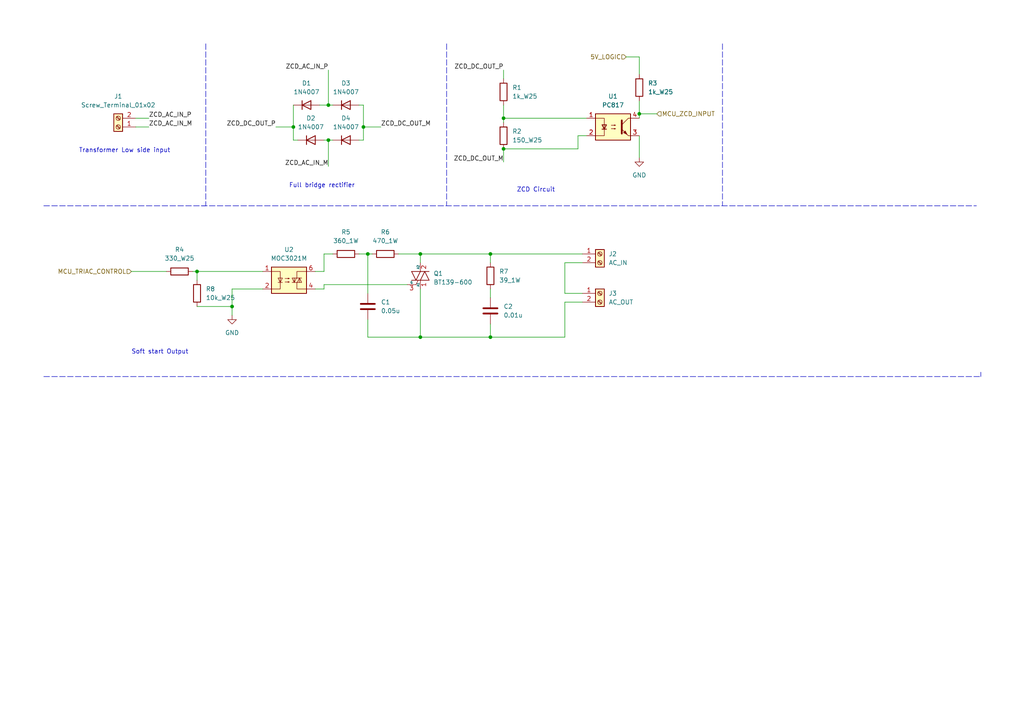
<source format=kicad_sch>
(kicad_sch (version 20211123) (generator eeschema)
  (paper "A4")
  (title_block (title "Soft Starter") (date "2022-09-20"))
  (lib_symbols
    (symbol "Connector:Screw_Terminal_01x02" (pin_names (offset 1.016) hide)
      (property "Reference" "J" (at 0 2.54 0))
      (property "Value" "Screw_Terminal_01x02" (at 0 -5.08 0))
      (symbol "Screw_Terminal_01x02_1_1"
        (rectangle (start -1.27 1.27) (end 1.27 -3.81) (stroke (width 0.254)) (fill (type background)))
        (circle (center 0 -2.54) (radius 0.635) (stroke (width 0.1524)))
        (polyline (pts (xy -0.5334 -2.2098) (xy 0.3302 -3.048)) (stroke (width 0.1524)))
        (polyline (pts (xy -0.5334 0.3302) (xy 0.3302 -0.508)) (stroke (width 0.1524)))
        (polyline (pts (xy -0.3556 -2.032) (xy 0.508 -2.8702)) (stroke (width 0.1524)))
        (polyline (pts (xy -0.3556 0.508) (xy 0.508 -0.3302)) (stroke (width 0.1524)))
        (circle (center 0 0) (radius 0.635) (stroke (width 0.1524)))
        (pin passive line (at -5.08 0 0) (length 3.81) (name "Pin_1") (number "1"))
        (pin passive line (at -5.08 -2.54 0) (length 3.81) (name "Pin_2") (number "2"))
      )
    )
    (symbol "Device:C" (pin_numbers hide) (pin_names (offset 0.254))
      (property "Reference" "C" (at 0.635 2.54 0))
      (property "Value" "C" (at 0.635 -2.54 0))
      (symbol "C_0_1"
        (polyline (pts (xy -2.032 -0.762) (xy 2.032 -0.762)) (stroke (width 0.508)))
        (polyline (pts (xy -2.032 0.762) (xy 2.032 0.762)) (stroke (width 0.508)))
      )
      (symbol "C_1_1"
        (pin passive line (at 0 3.81 270) (length 2.794) (name "~") (number "1"))
        (pin passive line (at 0 -3.81 90) (length 2.794) (name "~") (number "2"))
      )
    )
    (symbol "Device:R" (pin_numbers hide) (pin_names (offset 0))
      (property "Reference" "R" (at 2.032 0 90))
      (property "Value" "R" (at 0 0 90))
      (symbol "R_0_1"
        (rectangle (start -1.016 -2.54) (end 1.016 2.54) (stroke (width 0.254)))
      )
      (symbol "R_1_1"
        (pin passive line (at 0 3.81 270) (length 1.27) (name "~") (number "1"))
        (pin passive line (at 0 -3.81 90) (length 1.27) (name "~") (number "2"))
      )
    )
    (symbol "Diode:1N4007" (pin_numbers hide) (pin_names (offset 1.016) hide)
      (property "Reference" "D" (at 0 2.54 0))
      (property "Value" "1N4007" (at 0 -2.54 0))
      (symbol "1N4007_0_1"
        (polyline (pts (xy -1.27 1.27) (xy -1.27 -1.27)) (stroke (width 0.254)))
        (polyline (pts (xy 1.27 0) (xy -1.27 0)))
        (polyline (pts (xy 1.27 1.27) (xy 1.27 -1.27) (xy -1.27 0) (xy 1.27 1.27)) (stroke (width 0.254)))
      )
      (symbol "1N4007_1_1"
        (pin passive line (at -3.81 0 0) (length 2.54) (name "K") (number "1"))
        (pin passive line (at 3.81 0 180) (length 2.54) (name "A") (number "2"))
      )
    )
    (symbol "Isolator:PC817" (pin_names (offset 1.016))
      (property "Reference" "U" (at -5.08 5.08 0))
      (property "Value" "PC817" (at 0 5.08 0))
      (symbol "PC817_0_1"
        (rectangle (start -5.08 3.81) (end 5.08 -3.81) (stroke (width 0.254)) (fill (type background)))
        (polyline (pts (xy -3.175 -0.635) (xy -1.905 -0.635)) (stroke (width 0.254)))
        (polyline (pts (xy 2.54 0.635) (xy 4.445 2.54)))
        (polyline (pts (xy 4.445 -2.54) (xy 2.54 -0.635)) (fill (type outline)))
        (polyline (pts (xy 4.445 -2.54) (xy 5.08 -2.54)))
        (polyline (pts (xy 4.445 2.54) (xy 5.08 2.54)))
        (polyline (pts (xy -5.08 2.54) (xy -2.54 2.54) (xy -2.54 -0.635)))
        (polyline (pts (xy -2.54 -0.635) (xy -2.54 -2.54) (xy -5.08 -2.54)))
        (polyline (pts (xy 2.54 1.905) (xy 2.54 -1.905) (xy 2.54 -1.905)) (stroke (width 0.508)))
        (polyline (pts (xy -2.54 -0.635) (xy -3.175 0.635) (xy -1.905 0.635) (xy -2.54 -0.635)) (stroke (width 0.254)))
        (polyline (pts (xy -0.508 -0.508) (xy 0.762 -0.508) (xy 0.381 -0.635) (xy 0.381 -0.381) (xy 0.762 -0.508)))
        (polyline (pts (xy -0.508 0.508) (xy 0.762 0.508) (xy 0.381 0.381) (xy 0.381 0.635) (xy 0.762 0.508)))
        (polyline (pts (xy 3.048 -1.651) (xy 3.556 -1.143) (xy 4.064 -2.159) (xy 3.048 -1.651) (xy 3.048 -1.651)) (fill (type outline)))
      )
      (symbol "PC817_1_1"
        (pin passive line (at -7.62 2.54 0) (length 2.54) (name "~") (number "1"))
        (pin passive line (at -7.62 -2.54 0) (length 2.54) (name "~") (number "2"))
        (pin passive line (at 7.62 -2.54 180) (length 2.54) (name "~") (number "3"))
        (pin passive line (at 7.62 2.54 180) (length 2.54) (name "~") (number "4"))
      )
    )
    (symbol "Relay_SolidState:MOC3021M"
      (property "Reference" "U" (at -5.334 4.826 0))
      (property "Value" "MOC3021M" (at 0 5.08 0))
      (symbol "MOC3021M_0_1"
        (rectangle (start -5.08 3.81) (end 5.08 -3.81) (stroke (width 0.254)) (fill (type background)))
        (polyline (pts (xy -3.175 -0.635) (xy -1.905 -0.635)))
        (polyline (pts (xy 1.524 -0.635) (xy 1.524 0.635)))
        (polyline (pts (xy 3.048 0.635) (xy 3.048 -0.635)))
        (polyline (pts (xy 2.286 -0.635) (xy 2.286 -2.54) (xy 5.08 -2.54)))
        (polyline (pts (xy 2.286 0.635) (xy 2.286 2.54) (xy 5.08 2.54)))
        (polyline (pts (xy -5.08 2.54) (xy -2.54 2.54) (xy -2.54 -2.54) (xy -5.08 -2.54)))
        (polyline (pts (xy -2.54 -0.635) (xy -3.175 0.635) (xy -1.905 0.635) (xy -2.54 -0.635)))
        (polyline (pts (xy 0.889 -0.635) (xy 3.683 -0.635) (xy 3.048 0.635) (xy 2.413 -0.635)))
        (polyline (pts (xy 3.683 0.635) (xy 0.889 0.635) (xy 1.524 -0.635) (xy 2.159 0.635)))
        (polyline (pts (xy -1.143 -0.508) (xy 0.127 -0.508) (xy -0.254 -0.635) (xy -0.254 -0.381) (xy 0.127 -0.508)))
        (polyline (pts (xy -1.143 0.508) (xy 0.127 0.508) (xy -0.254 0.381) (xy -0.254 0.635) (xy 0.127 0.508)))
      )
      (symbol "MOC3021M_1_1"
        (pin passive line (at -7.62 2.54 0) (length 2.54) (name "~") (number "1"))
        (pin passive line (at -7.62 -2.54 0) (length 2.54) (name "~") (number "2"))
        (pin no_connect line (at -5.08 0 0) (length 2.54) hide (name "NC") (number "3"))
        (pin passive line (at 7.62 -2.54 180) (length 2.54) (name "~") (number "4"))
        (pin no_connect line (at 5.08 0 180) (length 2.54) hide (name "NC") (number "5"))
        (pin passive line (at 7.62 2.54 180) (length 2.54) (name "~") (number "6"))
      )
    )
    (symbol "Triac_Thyristor:BT139-600" (pin_names (offset 0))
      (property "Reference" "Q" (at 5.08 1.905 0))
      (property "Value" "BT139-600" (at 5.08 0 0))
      (symbol "BT139-600_0_1"
        (polyline (pts (xy -2.54 -1.27) (xy 2.54 -1.27)) (stroke (width 0.2032)))
        (polyline (pts (xy -2.54 1.27) (xy 2.54 1.27)) (stroke (width 0.2032)))
        (polyline (pts (xy -1.27 -2.54) (xy -0.635 -1.27)))
        (polyline (pts (xy -2.54 1.27) (xy -1.27 -1.27) (xy 0 1.27)) (stroke (width 0.2032)))
        (polyline (pts (xy 0 -1.27) (xy 1.27 1.27) (xy 2.54 -1.27)) (stroke (width 0.2032)))
      )
      (symbol "BT139-600_1_1"
        (pin passive line (at 0 -3.81 90) (length 2.54) (name "A1") (number "1"))
        (pin passive line (at 0 3.81 270) (length 2.54) (name "A2") (number "2"))
        (pin input line (at -3.81 -2.54 0) (length 2.54) (name "G") (number "3"))
      )
    )
    (symbol "power:GND" (power) (pin_names (offset 0))
      (property "Value" "GND" (at 0 -3.81 0))
      (symbol "GND_0_1"
        (polyline (pts (xy 0 0) (xy 0 -1.27) (xy 1.27 -1.27) (xy 0 -2.54) (xy -1.27 -1.27) (xy 0 -1.27)))
      )
      (symbol "GND_1_1"
        (pin power_in line (at 0 0 270) (length 0) hide (name "GND") (number "1"))
      )
    )
  )
  (junction (at 67.31 88.9))
  (junction (at 146.05 43.18))
  (junction (at 95.25 30.48))
  (junction (at 142.24 97.79))
  (junction (at 185.42 33.02))
  (junction (at 105.41 36.83))
  (junction (at 142.24 73.66))
  (junction (at 95.25 40.64))
  (junction (at 85.09 36.83))
  (junction (at 146.05 34.29))
  (junction (at 121.92 97.79))
  (junction (at 57.15 78.74))
  (junction (at 106.68 73.66))
  (junction (at 121.92 73.66))
  (wire (pts (xy 55.88 78.74) (xy 57.15 78.74)))
  (wire (pts (xy 104.14 30.48) (xy 105.41 30.48)))
  (wire (pts (xy 67.31 83.82) (xy 67.31 88.9)))
  (wire (pts (xy 167.64 43.18) (xy 146.05 43.18)))
  (wire (pts (xy 185.42 16.51) (xy 185.42 21.59)))
  (wire (pts (xy 76.2 83.82) (xy 67.31 83.82)))
  (wire (pts (xy 106.68 92.71) (xy 106.68 97.79)))
  (wire (pts (xy 106.68 73.66) (xy 107.95 73.66)))
  (wire (pts (xy 92.71 30.48) (xy 95.25 30.48)))
  (wire (pts (xy 95.25 40.64) (xy 95.25 48.26)))
  (wire (pts (xy 95.25 20.32) (xy 95.25 30.48)))
  (wire (pts (xy 91.44 78.74) (xy 93.98 78.74)))
  (wire (pts (xy 67.31 88.9) (xy 67.31 91.44)))
  (wire (pts (xy 121.92 73.66) (xy 142.24 73.66)))
  (wire (pts (xy 121.92 97.79) (xy 142.24 97.79)))
  (wire (pts (xy 93.98 78.74) (xy 93.98 73.66)))
  (wire (pts (xy 85.09 40.64) (xy 86.36 40.64)))
  (wire (pts (xy 93.98 82.55) (xy 118.11 82.55)))
  (polyline (pts (xy 284.48 107.95) (xy 284.48 109.22)))
  (wire (pts (xy 142.24 86.36) (xy 142.24 83.82)))
  (wire (pts (xy 185.42 39.37) (xy 185.42 45.72)))
  (wire (pts (xy 185.42 29.21) (xy 185.42 33.02)))
  (wire (pts (xy 121.92 83.82) (xy 121.92 97.79)))
  (wire (pts (xy 93.98 83.82) (xy 93.98 82.55)))
  (polyline (pts (xy 209.55 12.7) (xy 209.55 59.69)))
  (wire (pts (xy 38.1 78.74) (xy 48.26 78.74)))
  (wire (pts (xy 163.83 76.2) (xy 163.83 85.09)))
  (wire (pts (xy 142.24 73.66) (xy 168.91 73.66)))
  (wire (pts (xy 121.92 73.66) (xy 121.92 76.2)))
  (wire (pts (xy 163.83 76.2) (xy 168.91 76.2)))
  (wire (pts (xy 85.09 30.48) (xy 85.09 36.83)))
  (wire (pts (xy 80.01 36.83) (xy 85.09 36.83)))
  (wire (pts (xy 163.83 97.79) (xy 142.24 97.79)))
  (wire (pts (xy 85.09 36.83) (xy 85.09 40.64)))
  (wire (pts (xy 106.68 97.79) (xy 121.92 97.79)))
  (polyline (pts (xy 129.54 12.7) (xy 129.54 59.69)))
  (wire (pts (xy 168.91 87.63) (xy 163.83 87.63)))
  (wire (pts (xy 146.05 30.48) (xy 146.05 34.29)))
  (wire (pts (xy 95.25 30.48) (xy 96.52 30.48)))
  (wire (pts (xy 95.25 40.64) (xy 96.52 40.64)))
  (wire (pts (xy 106.68 73.66) (xy 106.68 85.09)))
  (wire (pts (xy 167.64 39.37) (xy 167.64 43.18)))
  (polyline (pts (xy 12.7 59.69) (xy 283.21 59.69)))
  (wire (pts (xy 115.57 73.66) (xy 121.92 73.66)))
  (wire (pts (xy 146.05 34.29) (xy 146.05 35.56)))
  (wire (pts (xy 93.98 73.66) (xy 96.52 73.66)))
  (wire (pts (xy 105.41 36.83) (xy 105.41 40.64)))
  (polyline (pts (xy 59.69 59.69) (xy 58.42 59.69)))
  (wire (pts (xy 142.24 97.79) (xy 142.24 93.98)))
  (wire (pts (xy 105.41 40.64) (xy 104.14 40.64)))
  (wire (pts (xy 104.14 73.66) (xy 106.68 73.66)))
  (wire (pts (xy 57.15 88.9) (xy 67.31 88.9)))
  (wire (pts (xy 185.42 33.02) (xy 190.5 33.02)))
  (wire (pts (xy 163.83 87.63) (xy 163.83 97.79)))
  (polyline (pts (xy 12.7 109.22) (xy 284.48 109.22)))
  (wire (pts (xy 142.24 76.2) (xy 142.24 73.66)))
  (wire (pts (xy 57.15 81.28) (xy 57.15 78.74)))
  (wire (pts (xy 57.15 78.74) (xy 76.2 78.74)))
  (wire (pts (xy 146.05 43.18) (xy 146.05 46.99)))
  (wire (pts (xy 185.42 33.02) (xy 185.42 34.29)))
  (wire (pts (xy 181.61 16.51) (xy 185.42 16.51)))
  (wire (pts (xy 146.05 20.32) (xy 146.05 22.86)))
  (wire (pts (xy 105.41 36.83) (xy 110.49 36.83)))
  (wire (pts (xy 105.41 30.48) (xy 105.41 36.83)))
  (wire (pts (xy 163.83 85.09) (xy 168.91 85.09)))
  (wire (pts (xy 167.64 39.37) (xy 170.18 39.37)))
  (wire (pts (xy 39.37 34.29) (xy 43.18 34.29)))
  (polyline (pts (xy 59.69 12.7) (xy 59.69 59.69)))
  (wire (pts (xy 39.37 36.83) (xy 43.18 36.83)))
  (wire (pts (xy 91.44 83.82) (xy 93.98 83.82)))
  (wire (pts (xy 93.98 40.64) (xy 95.25 40.64)))
  (wire (pts (xy 170.18 34.29) (xy 146.05 34.29)))
  (text "Transformer Low side input\n" (at 22.86 44.45 0) (effects (font (size 1.27 1.27)) (justify left bottom)))
  (text "Soft start Output" (at 38.1 102.87 0) (effects (font (size 1.27 1.27)) (justify left bottom)))
  (text "Full bridge rectifier" (at 83.82 54.61 0) (effects (font (size 1.27 1.27)) (justify left bottom)))
  (text "ZCD Circuit" (at 149.86 55.88 0) (effects (font (size 1.27 1.27)) (justify left bottom)))
  (label "ZCD_DC_OUT_M" (at 146.05 46.99 180))
  (label "ZCD_AC_IN_P" (at 43.18 34.29 0))
  (label "ZCD_DC_OUT_P" (at 80.01 36.83 180))
  (label "ZCD_DC_OUT_M" (at 110.49 36.83 0))
  (label "ZCD_AC_IN_M" (at 95.25 48.26 180))
  (label "ZCD_AC_IN_P" (at 95.25 20.32 180))
  (label "ZCD_DC_OUT_P" (at 146.05 20.32 180))
  (label "ZCD_AC_IN_M" (at 43.18 36.83 0))
  (hierarchical_label "MCU_TRIAC_CONTROL" (shape input) (at 38.1 78.74 180))
  (hierarchical_label "MCU_ZCD_INPUT" (shape input) (at 190.5 33.02 0))
  (hierarchical_label "5V_LOGIC" (shape input) (at 181.61 16.51 180))
  (symbol (lib_id "power:GND") (at 67.31 91.44 0) (unit 1)
    (property "Reference" "#PWR02" (effects hide))
    (property "Value" "GND" (at 67.31 96.52 0))
  )
  (symbol (lib_id "Connector:Screw_Terminal_01x02") (at 173.99 85.09 0) (unit 1)
    (property "Reference" "J3" (at 176.53 85.0899 0) (effects (justify left)))
    (property "Value" "AC_OUT" (at 176.53 87.6299 0) (effects (justify left)))
  )
  (symbol (lib_id "Device:R") (at 146.05 39.37 0) (unit 1)
    (property "Reference" "R2" (at 148.59 38.0999 0) (effects (justify left)))
    (property "Value" "150_W25" (at 148.59 40.6399 0) (effects (justify left)))
  )
  (symbol (lib_id "Diode:1N4007") (at 90.17 40.64 0) (unit 1)
    (property "Reference" "D2" (at 90.17 34.29 0))
    (property "Value" "1N4007" (at 90.17 36.83 0))
    (property "Footprint" "Diode_THT:D_DO-41_SOD81_P10.16mm_Horizontal" (effects hide))
    (property "Datasheet" "http://www.vishay.com/docs/88503/1n4001.pdf" (effects hide))
  )
  (symbol (lib_id "Diode:1N4007") (at 100.33 30.48 0) (unit 1)
    (property "Reference" "D3" (at 100.33 24.13 0))
    (property "Value" "1N4007" (at 100.33 26.67 0))
    (property "Footprint" "Diode_THT:D_DO-41_SOD81_P10.16mm_Horizontal" (effects hide))
    (property "Datasheet" "http://www.vishay.com/docs/88503/1n4001.pdf" (effects hide))
  )
  (symbol (lib_id "Relay_SolidState:MOC3021M") (at 83.82 81.28 0) (unit 1)
    (property "Reference" "U2" (at 83.82 72.39 0))
    (property "Value" "MOC3021M" (at 83.82 74.93 0))
    (property "Datasheet" "https://www.onsemi.com/pub/Collateral/MOC3023M-D.PDF" (effects hide))
  )
  (symbol (lib_id "Device:R") (at 111.76 73.66 90) (unit 1)
    (property "Reference" "R6" (at 111.76 67.31 90))
    (property "Value" "470_1W" (at 111.76 69.85 90))
  )
  (symbol (lib_id "Diode:1N4007") (at 88.9 30.48 0) (unit 1)
    (property "Reference" "D1" (at 88.9 24.13 0))
    (property "Value" "1N4007" (at 88.9 26.67 0))
    (property "Footprint" "Diode_THT:D_DO-41_SOD81_P10.16mm_Horizontal" (effects hide))
    (property "Datasheet" "http://www.vishay.com/docs/88503/1n4001.pdf" (effects hide))
  )
  (symbol (lib_id "Device:R") (at 185.42 25.4 0) (unit 1)
    (property "Reference" "R3" (at 187.96 24.1299 0) (effects (justify left)))
    (property "Value" "1k_W25" (at 187.96 26.6699 0) (effects (justify left)))
  )
  (symbol (lib_id "power:GND") (at 185.42 45.72 0) (unit 1)
    (property "Reference" "#PWR01" (effects hide))
    (property "Value" "GND" (at 185.42 50.8 0))
  )
  (symbol (lib_id "Device:C") (at 142.24 90.17 0) (unit 1)
    (property "Reference" "C2" (at 146.05 88.8999 0) (effects (justify left)))
    (property "Value" "0.01u" (at 146.05 91.4399 0) (effects (justify left)))
  )
  (symbol (lib_id "Triac_Thyristor:BT139-600") (at 121.92 80.01 0) (unit 1)
    (property "Reference" "Q1" (at 125.73 79.3241 0) (effects (justify left)))
    (property "Value" "BT139-600" (at 125.73 81.8641 0) (effects (justify left)))
    (property "Footprint" "Package_TO_SOT_THT:TO-220-3_Vertical" (effects hide))
    (property "Datasheet" "https://www.rapidonline.com/pdf/47-3240.pdf" (effects hide))
  )
  (symbol (lib_id "Connector:Screw_Terminal_01x02") (at 173.99 73.66 0) (unit 1)
    (property "Reference" "J2" (at 176.53 73.6599 0) (effects (justify left)))
    (property "Value" "AC_IN" (at 176.53 76.1999 0) (effects (justify left)))
  )
  (symbol (lib_id "Connector:Screw_Terminal_01x02") (at 34.29 36.83 180) (unit 1)
    (property "Reference" "J1" (at 34.29 27.94 0))
    (property "Value" "Screw_Terminal_01x02" (at 34.29 30.48 0))
  )
  (symbol (lib_id "Device:R") (at 100.33 73.66 90) (unit 1)
    (property "Reference" "R5" (at 100.33 67.31 90))
    (property "Value" "360_1W" (at 100.33 69.85 90))
  )
  (symbol (lib_id "Device:R") (at 146.05 26.67 0) (unit 1)
    (property "Reference" "R1" (at 148.59 25.3999 0) (effects (justify left)))
    (property "Value" "1k_W25" (at 148.59 27.9399 0) (effects (justify left)))
  )
  (symbol (lib_id "Device:R") (at 57.15 85.09 0) (unit 1)
    (property "Reference" "R8" (at 59.69 83.8199 0) (effects (justify left)))
    (property "Value" "10k_W25" (at 59.69 86.3599 0) (effects (justify left)))
  )
  (symbol (lib_id "Diode:1N4007") (at 100.33 40.64 0) (unit 1)
    (property "Reference" "D4" (at 100.33 34.29 0))
    (property "Value" "1N4007" (at 100.33 36.83 0))
    (property "Footprint" "Diode_THT:D_DO-41_SOD81_P10.16mm_Horizontal" (effects hide))
    (property "Datasheet" "http://www.vishay.com/docs/88503/1n4001.pdf" (effects hide))
  )
  (symbol (lib_id "Device:R") (at 142.24 80.01 0) (unit 1)
    (property "Reference" "R7" (at 144.78 78.7399 0) (effects (justify left)))
    (property "Value" "39_1W" (at 144.78 81.2799 0) (effects (justify left)))
  )
  (symbol (lib_id "Device:R") (at 52.07 78.74 90) (unit 1)
    (property "Reference" "R4" (at 52.07 72.39 90))
    (property "Value" "330_W25" (at 52.07 74.93 90))
  )
  (symbol (lib_id "Isolator:PC817") (at 177.8 36.83 0) (unit 1)
    (property "Reference" "U1" (at 177.8 27.94 0))
    (property "Value" "PC817" (at 177.8 30.48 0))
    (property "Footprint" "Package_DIP:DIP-4_W7.62mm" (effects hide))
    (property "Datasheet" "http://www.soselectronic.cz/a_info/resource/d/pc817.pdf" (effects hide))
  )
  (symbol (lib_id "Device:C") (at 106.68 88.9 0) (unit 1)
    (property "Reference" "C1" (at 110.49 87.6299 0) (effects (justify left)))
    (property "Value" "0.05u" (at 110.49 90.1699 0) (effects (justify left)))
  )
)
</source>
